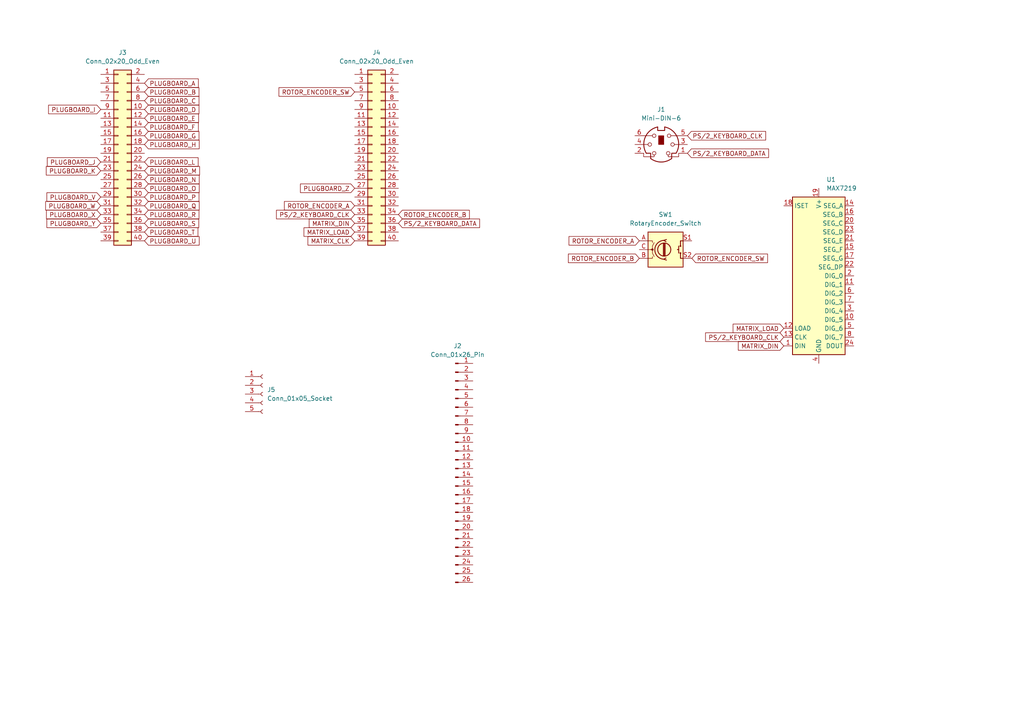
<source format=kicad_sch>
(kicad_sch (version 20231120) (generator "eeschema") (generator_version "8.0")
  (paper "A4")
  (lib_symbols
    (symbol "Connector:Conn_01x05_Socket" (pin_names (offset 1.016) hide)
      (property "Reference" "J" (at 0 7.62 0))
      (property "Value" "Conn_01x05_Socket" (at 0 -7.62 0))
      (symbol "Conn_01x05_Socket_1_1"
        (arc (start 0 -4.572) (mid -0.5058 -5.08) (end 0 -5.588) (stroke (width 0.1524)))
        (arc (start 0 -2.032) (mid -0.5058 -2.54) (end 0 -3.048) (stroke (width 0.1524)))
        (polyline (pts (xy -1.27 -5.08) (xy -0.508 -5.08)) (stroke (width 0.1524)))
        (polyline (pts (xy -1.27 -2.54) (xy -0.508 -2.54)) (stroke (width 0.1524)))
        (polyline (pts (xy -1.27 0) (xy -0.508 0)) (stroke (width 0.1524)))
        (polyline (pts (xy -1.27 2.54) (xy -0.508 2.54)) (stroke (width 0.1524)))
        (polyline (pts (xy -1.27 5.08) (xy -0.508 5.08)) (stroke (width 0.1524)))
        (arc (start 0 0.508) (mid -0.5058 0) (end 0 -0.508) (stroke (width 0.1524)))
        (arc (start 0 3.048) (mid -0.5058 2.54) (end 0 2.032) (stroke (width 0.1524)))
        (arc (start 0 5.588) (mid -0.5058 5.08) (end 0 4.572) (stroke (width 0.1524)))
        (pin passive line (at -5.08 5.08 0) (length 3.81) (name "Pin_1") (number "1"))
        (pin passive line (at -5.08 2.54 0) (length 3.81) (name "Pin_2") (number "2"))
        (pin passive line (at -5.08 0 0) (length 3.81) (name "Pin_3") (number "3"))
        (pin passive line (at -5.08 -2.54 0) (length 3.81) (name "Pin_4") (number "4"))
        (pin passive line (at -5.08 -5.08 0) (length 3.81) (name "Pin_5") (number "5"))
      )
    )
    (symbol "Connector:Conn_01x26_Pin" (pin_names (offset 1.016) hide)
      (property "Reference" "J" (at 0 33.02 0))
      (property "Value" "Conn_01x26_Pin" (at 0 -35.56 0))
      (symbol "Conn_01x26_Pin_1_1"
        (polyline (pts (xy 1.27 -33.02) (xy 0.8636 -33.02)) (stroke (width 0.1524)))
        (polyline (pts (xy 1.27 -30.48) (xy 0.8636 -30.48)) (stroke (width 0.1524)))
        (polyline (pts (xy 1.27 -27.94) (xy 0.8636 -27.94)) (stroke (width 0.1524)))
        (polyline (pts (xy 1.27 -25.4) (xy 0.8636 -25.4)) (stroke (width 0.1524)))
        (polyline (pts (xy 1.27 -22.86) (xy 0.8636 -22.86)) (stroke (width 0.1524)))
        (polyline (pts (xy 1.27 -20.32) (xy 0.8636 -20.32)) (stroke (width 0.1524)))
        (polyline (pts (xy 1.27 -17.78) (xy 0.8636 -17.78)) (stroke (width 0.1524)))
        (polyline (pts (xy 1.27 -15.24) (xy 0.8636 -15.24)) (stroke (width 0.1524)))
        (polyline (pts (xy 1.27 -12.7) (xy 0.8636 -12.7)) (stroke (width 0.1524)))
        (polyline (pts (xy 1.27 -10.16) (xy 0.8636 -10.16)) (stroke (width 0.1524)))
        (polyline (pts (xy 1.27 -7.62) (xy 0.8636 -7.62)) (stroke (width 0.1524)))
        (polyline (pts (xy 1.27 -5.08) (xy 0.8636 -5.08)) (stroke (width 0.1524)))
        (polyline (pts (xy 1.27 -2.54) (xy 0.8636 -2.54)) (stroke (width 0.1524)))
        (polyline (pts (xy 1.27 0) (xy 0.8636 0)) (stroke (width 0.1524)))
        (polyline (pts (xy 1.27 2.54) (xy 0.8636 2.54)) (stroke (width 0.1524)))
        (polyline (pts (xy 1.27 5.08) (xy 0.8636 5.08)) (stroke (width 0.1524)))
        (polyline (pts (xy 1.27 7.62) (xy 0.8636 7.62)) (stroke (width 0.1524)))
        (polyline (pts (xy 1.27 10.16) (xy 0.8636 10.16)) (stroke (width 0.1524)))
        (polyline (pts (xy 1.27 12.7) (xy 0.8636 12.7)) (stroke (width 0.1524)))
        (polyline (pts (xy 1.27 15.24) (xy 0.8636 15.24)) (stroke (width 0.1524)))
        (polyline (pts (xy 1.27 17.78) (xy 0.8636 17.78)) (stroke (width 0.1524)))
        (polyline (pts (xy 1.27 20.32) (xy 0.8636 20.32)) (stroke (width 0.1524)))
        (polyline (pts (xy 1.27 22.86) (xy 0.8636 22.86)) (stroke (width 0.1524)))
        (polyline (pts (xy 1.27 25.4) (xy 0.8636 25.4)) (stroke (width 0.1524)))
        (polyline (pts (xy 1.27 27.94) (xy 0.8636 27.94)) (stroke (width 0.1524)))
        (polyline (pts (xy 1.27 30.48) (xy 0.8636 30.48)) (stroke (width 0.1524)))
        (rectangle (start 0.8636 -32.893) (end 0 -33.147) (stroke (width 0.1524)) (fill (type outline)))
        (rectangle (start 0.8636 -30.353) (end 0 -30.607) (stroke (width 0.1524)) (fill (type outline)))
        (rectangle (start 0.8636 -27.813) (end 0 -28.067) (stroke (width 0.1524)) (fill (type outline)))
        (rectangle (start 0.8636 -25.273) (end 0 -25.527) (stroke (width 0.1524)) (fill (type outline)))
        (rectangle (start 0.8636 -22.733) (end 0 -22.987) (stroke (width 0.1524)) (fill (type outline)))
        (rectangle (start 0.8636 -20.193) (end 0 -20.447) (stroke (width 0.1524)) (fill (type outline)))
        (rectangle (start 0.8636 -17.653) (end 0 -17.907) (stroke (width 0.1524)) (fill (type outline)))
        (rectangle (start 0.8636 -15.113) (end 0 -15.367) (stroke (width 0.1524)) (fill (type outline)))
        (rectangle (start 0.8636 -12.573) (end 0 -12.827) (stroke (width 0.1524)) (fill (type outline)))
        (rectangle (start 0.8636 -10.033) (end 0 -10.287) (stroke (width 0.1524)) (fill (type outline)))
        (rectangle (start 0.8636 -7.493) (end 0 -7.747) (stroke (width 0.1524)) (fill (type outline)))
        (rectangle (start 0.8636 -4.953) (end 0 -5.207) (stroke (width 0.1524)) (fill (type outline)))
        (rectangle (start 0.8636 -2.413) (end 0 -2.667) (stroke (width 0.1524)) (fill (type outline)))
        (rectangle (start 0.8636 0.127) (end 0 -0.127) (stroke (width 0.1524)) (fill (type outline)))
        (rectangle (start 0.8636 2.667) (end 0 2.413) (stroke (width 0.1524)) (fill (type outline)))
        (rectangle (start 0.8636 5.207) (end 0 4.953) (stroke (width 0.1524)) (fill (type outline)))
        (rectangle (start 0.8636 7.747) (end 0 7.493) (stroke (width 0.1524)) (fill (type outline)))
        (rectangle (start 0.8636 10.287) (end 0 10.033) (stroke (width 0.1524)) (fill (type outline)))
        (rectangle (start 0.8636 12.827) (end 0 12.573) (stroke (width 0.1524)) (fill (type outline)))
        (rectangle (start 0.8636 15.367) (end 0 15.113) (stroke (width 0.1524)) (fill (type outline)))
        (rectangle (start 0.8636 17.907) (end 0 17.653) (stroke (width 0.1524)) (fill (type outline)))
        (rectangle (start 0.8636 20.447) (end 0 20.193) (stroke (width 0.1524)) (fill (type outline)))
        (rectangle (start 0.8636 22.987) (end 0 22.733) (stroke (width 0.1524)) (fill (type outline)))
        (rectangle (start 0.8636 25.527) (end 0 25.273) (stroke (width 0.1524)) (fill (type outline)))
        (rectangle (start 0.8636 28.067) (end 0 27.813) (stroke (width 0.1524)) (fill (type outline)))
        (rectangle (start 0.8636 30.607) (end 0 30.353) (stroke (width 0.1524)) (fill (type outline)))
        (pin passive line (at 5.08 30.48 180) (length 3.81) (name "Pin_1") (number "1"))
        (pin passive line (at 5.08 7.62 180) (length 3.81) (name "Pin_10") (number "10"))
        (pin passive line (at 5.08 5.08 180) (length 3.81) (name "Pin_11") (number "11"))
        (pin passive line (at 5.08 2.54 180) (length 3.81) (name "Pin_12") (number "12"))
        (pin passive line (at 5.08 0 180) (length 3.81) (name "Pin_13") (number "13"))
        (pin passive line (at 5.08 -2.54 180) (length 3.81) (name "Pin_14") (number "14"))
        (pin passive line (at 5.08 -5.08 180) (length 3.81) (name "Pin_15") (number "15"))
        (pin passive line (at 5.08 -7.62 180) (length 3.81) (name "Pin_16") (number "16"))
        (pin passive line (at 5.08 -10.16 180) (length 3.81) (name "Pin_17") (number "17"))
        (pin passive line (at 5.08 -12.7 180) (length 3.81) (name "Pin_18") (number "18"))
        (pin passive line (at 5.08 -15.24 180) (length 3.81) (name "Pin_19") (number "19"))
        (pin passive line (at 5.08 27.94 180) (length 3.81) (name "Pin_2") (number "2"))
        (pin passive line (at 5.08 -17.78 180) (length 3.81) (name "Pin_20") (number "20"))
        (pin passive line (at 5.08 -20.32 180) (length 3.81) (name "Pin_21") (number "21"))
        (pin passive line (at 5.08 -22.86 180) (length 3.81) (name "Pin_22") (number "22"))
        (pin passive line (at 5.08 -25.4 180) (length 3.81) (name "Pin_23") (number "23"))
        (pin passive line (at 5.08 -27.94 180) (length 3.81) (name "Pin_24") (number "24"))
        (pin passive line (at 5.08 -30.48 180) (length 3.81) (name "Pin_25") (number "25"))
        (pin passive line (at 5.08 -33.02 180) (length 3.81) (name "Pin_26") (number "26"))
        (pin passive line (at 5.08 25.4 180) (length 3.81) (name "Pin_3") (number "3"))
        (pin passive line (at 5.08 22.86 180) (length 3.81) (name "Pin_4") (number "4"))
        (pin passive line (at 5.08 20.32 180) (length 3.81) (name "Pin_5") (number "5"))
        (pin passive line (at 5.08 17.78 180) (length 3.81) (name "Pin_6") (number "6"))
        (pin passive line (at 5.08 15.24 180) (length 3.81) (name "Pin_7") (number "7"))
        (pin passive line (at 5.08 12.7 180) (length 3.81) (name "Pin_8") (number "8"))
        (pin passive line (at 5.08 10.16 180) (length 3.81) (name "Pin_9") (number "9"))
      )
    )
    (symbol "Connector:Mini-DIN-6" (pin_names (offset 1.016))
      (property "Reference" "J" (at 0 6.35 0))
      (property "Value" "Mini-DIN-6" (at 0 -6.35 0))
      (symbol "Mini-DIN-6_0_1"
        (circle (center -3.302 0) (radius 0.508))
        (arc (start -3.048 -4.064) (mid 0 -5.08) (end 3.048 -4.064) (stroke (width 0.254)))
        (circle (center -2.032 -2.54) (radius 0.508))
        (circle (center -2.032 2.54) (radius 0.508))
        (arc (start -1.016 5.08) (mid -4.6228 2.1214) (end -4.318 -2.54) (stroke (width 0.254)))
        (rectangle (start -0.762 2.54) (end 0.762 0) (fill (type outline)))
        (polyline (pts (xy -3.81 0) (xy -5.08 0)))
        (polyline (pts (xy -2.54 2.54) (xy -5.08 2.54)))
        (polyline (pts (xy 2.794 2.54) (xy 5.08 2.54)))
        (polyline (pts (xy 5.08 0) (xy 3.81 0)))
        (polyline (pts (xy -4.318 -2.54) (xy -3.048 -2.54) (xy -3.048 -4.064)) (stroke (width 0.254)))
        (polyline (pts (xy 4.318 -2.54) (xy 3.048 -2.54) (xy 3.048 -4.064)) (stroke (width 0.254)))
        (polyline (pts (xy -2.032 -3.048) (xy -2.032 -3.556) (xy -5.08 -3.556) (xy -5.08 -2.54)))
        (polyline (pts (xy -1.016 5.08) (xy -1.016 4.064) (xy 1.016 4.064) (xy 1.016 5.08)) (stroke (width 0.254)))
        (polyline (pts (xy 2.032 -3.048) (xy 2.032 -3.556) (xy 5.08 -3.556) (xy 5.08 -2.54)))
        (circle (center 2.032 -2.54) (radius 0.508))
        (circle (center 2.286 2.54) (radius 0.508))
        (circle (center 3.302 0) (radius 0.508))
        (arc (start 4.318 -2.54) (mid 4.6661 2.1322) (end 1.016 5.08) (stroke (width 0.254)))
      )
      (symbol "Mini-DIN-6_1_1"
        (pin passive line (at 7.62 -2.54 180) (length 2.54) (name "~") (number "1"))
        (pin passive line (at -7.62 -2.54 0) (length 2.54) (name "~") (number "2"))
        (pin passive line (at 7.62 0 180) (length 2.54) (name "~") (number "3"))
        (pin passive line (at -7.62 0 0) (length 2.54) (name "~") (number "4"))
        (pin passive line (at 7.62 2.54 180) (length 2.54) (name "~") (number "5"))
        (pin passive line (at -7.62 2.54 0) (length 2.54) (name "~") (number "6"))
      )
    )
    (symbol "Connector_Generic:Conn_02x20_Odd_Even" (pin_names (offset 1.016) hide)
      (property "Reference" "J" (at 1.27 25.4 0))
      (property "Value" "Conn_02x20_Odd_Even" (at 1.27 -27.94 0))
      (symbol "Conn_02x20_Odd_Even_1_1"
        (rectangle (start -1.27 -25.273) (end 0 -25.527) (stroke (width 0.1524)))
        (rectangle (start -1.27 -22.733) (end 0 -22.987) (stroke (width 0.1524)))
        (rectangle (start -1.27 -20.193) (end 0 -20.447) (stroke (width 0.1524)))
        (rectangle (start -1.27 -17.653) (end 0 -17.907) (stroke (width 0.1524)))
        (rectangle (start -1.27 -15.113) (end 0 -15.367) (stroke (width 0.1524)))
        (rectangle (start -1.27 -12.573) (end 0 -12.827) (stroke (width 0.1524)))
        (rectangle (start -1.27 -10.033) (end 0 -10.287) (stroke (width 0.1524)))
        (rectangle (start -1.27 -7.493) (end 0 -7.747) (stroke (width 0.1524)))
        (rectangle (start -1.27 -4.953) (end 0 -5.207) (stroke (width 0.1524)))
        (rectangle (start -1.27 -2.413) (end 0 -2.667) (stroke (width 0.1524)))
        (rectangle (start -1.27 0.127) (end 0 -0.127) (stroke (width 0.1524)))
        (rectangle (start -1.27 2.667) (end 0 2.413) (stroke (width 0.1524)))
        (rectangle (start -1.27 5.207) (end 0 4.953) (stroke (width 0.1524)))
        (rectangle (start -1.27 7.747) (end 0 7.493) (stroke (width 0.1524)))
        (rectangle (start -1.27 10.287) (end 0 10.033) (stroke (width 0.1524)))
        (rectangle (start -1.27 12.827) (end 0 12.573) (stroke (width 0.1524)))
        (rectangle (start -1.27 15.367) (end 0 15.113) (stroke (width 0.1524)))
        (rectangle (start -1.27 17.907) (end 0 17.653) (stroke (width 0.1524)))
        (rectangle (start -1.27 20.447) (end 0 20.193) (stroke (width 0.1524)))
        (rectangle (start -1.27 22.987) (end 0 22.733) (stroke (width 0.1524)))
        (rectangle (start -1.27 24.13) (end 3.81 -26.67) (stroke (width 0.254)) (fill (type background)))
        (rectangle (start 3.81 -25.273) (end 2.54 -25.527) (stroke (width 0.1524)))
        (rectangle (start 3.81 -22.733) (end 2.54 -22.987) (stroke (width 0.1524)))
        (rectangle (start 3.81 -20.193) (end 2.54 -20.447) (stroke (width 0.1524)))
        (rectangle (start 3.81 -17.653) (end 2.54 -17.907) (stroke (width 0.1524)))
        (rectangle (start 3.81 -15.113) (end 2.54 -15.367) (stroke (width 0.1524)))
        (rectangle (start 3.81 -12.573) (end 2.54 -12.827) (stroke (width 0.1524)))
        (rectangle (start 3.81 -10.033) (end 2.54 -10.287) (stroke (width 0.1524)))
        (rectangle (start 3.81 -7.493) (end 2.54 -7.747) (stroke (width 0.1524)))
        (rectangle (start 3.81 -4.953) (end 2.54 -5.207) (stroke (width 0.1524)))
        (rectangle (start 3.81 -2.413) (end 2.54 -2.667) (stroke (width 0.1524)))
        (rectangle (start 3.81 0.127) (end 2.54 -0.127) (stroke (width 0.1524)))
        (rectangle (start 3.81 2.667) (end 2.54 2.413) (stroke (width 0.1524)))
        (rectangle (start 3.81 5.207) (end 2.54 4.953) (stroke (width 0.1524)))
        (rectangle (start 3.81 7.747) (end 2.54 7.493) (stroke (width 0.1524)))
        (rectangle (start 3.81 10.287) (end 2.54 10.033) (stroke (width 0.1524)))
        (rectangle (start 3.81 12.827) (end 2.54 12.573) (stroke (width 0.1524)))
        (rectangle (start 3.81 15.367) (end 2.54 15.113) (stroke (width 0.1524)))
        (rectangle (start 3.81 17.907) (end 2.54 17.653) (stroke (width 0.1524)))
        (rectangle (start 3.81 20.447) (end 2.54 20.193) (stroke (width 0.1524)))
        (rectangle (start 3.81 22.987) (end 2.54 22.733) (stroke (width 0.1524)))
        (pin passive line (at -5.08 22.86 0) (length 3.81) (name "Pin_1") (number "1"))
        (pin passive line (at 7.62 12.7 180) (length 3.81) (name "Pin_10") (number "10"))
        (pin passive line (at -5.08 10.16 0) (length 3.81) (name "Pin_11") (number "11"))
        (pin passive line (at 7.62 10.16 180) (length 3.81) (name "Pin_12") (number "12"))
        (pin passive line (at -5.08 7.62 0) (length 3.81) (name "Pin_13") (number "13"))
        (pin passive line (at 7.62 7.62 180) (length 3.81) (name "Pin_14") (number "14"))
        (pin passive line (at -5.08 5.08 0) (length 3.81) (name "Pin_15") (number "15"))
        (pin passive line (at 7.62 5.08 180) (length 3.81) (name "Pin_16") (number "16"))
        (pin passive line (at -5.08 2.54 0) (length 3.81) (name "Pin_17") (number "17"))
        (pin passive line (at 7.62 2.54 180) (length 3.81) (name "Pin_18") (number "18"))
        (pin passive line (at -5.08 0 0) (length 3.81) (name "Pin_19") (number "19"))
        (pin passive line (at 7.62 22.86 180) (length 3.81) (name "Pin_2") (number "2"))
        (pin passive line (at 7.62 0 180) (length 3.81) (name "Pin_20") (number "20"))
        (pin passive line (at -5.08 -2.54 0) (length 3.81) (name "Pin_21") (number "21"))
        (pin passive line (at 7.62 -2.54 180) (length 3.81) (name "Pin_22") (number "22"))
        (pin passive line (at -5.08 -5.08 0) (length 3.81) (name "Pin_23") (number "23"))
        (pin passive line (at 7.62 -5.08 180) (length 3.81) (name "Pin_24") (number "24"))
        (pin passive line (at -5.08 -7.62 0) (length 3.81) (name "Pin_25") (number "25"))
        (pin passive line (at 7.62 -7.62 180) (length 3.81) (name "Pin_26") (number "26"))
        (pin passive line (at -5.08 -10.16 0) (length 3.81) (name "Pin_27") (number "27"))
        (pin passive line (at 7.62 -10.16 180) (length 3.81) (name "Pin_28") (number "28"))
        (pin passive line (at -5.08 -12.7 0) (length 3.81) (name "Pin_29") (number "29"))
        (pin passive line (at -5.08 20.32 0) (length 3.81) (name "Pin_3") (number "3"))
        (pin passive line (at 7.62 -12.7 180) (length 3.81) (name "Pin_30") (number "30"))
        (pin passive line (at -5.08 -15.24 0) (length 3.81) (name "Pin_31") (number "31"))
        (pin passive line (at 7.62 -15.24 180) (length 3.81) (name "Pin_32") (number "32"))
        (pin passive line (at -5.08 -17.78 0) (length 3.81) (name "Pin_33") (number "33"))
        (pin passive line (at 7.62 -17.78 180) (length 3.81) (name "Pin_34") (number "34"))
        (pin passive line (at -5.08 -20.32 0) (length 3.81) (name "Pin_35") (number "35"))
        (pin passive line (at 7.62 -20.32 180) (length 3.81) (name "Pin_36") (number "36"))
        (pin passive line (at -5.08 -22.86 0) (length 3.81) (name "Pin_37") (number "37"))
        (pin passive line (at 7.62 -22.86 180) (length 3.81) (name "Pin_38") (number "38"))
        (pin passive line (at -5.08 -25.4 0) (length 3.81) (name "Pin_39") (number "39"))
        (pin passive line (at 7.62 20.32 180) (length 3.81) (name "Pin_4") (number "4"))
        (pin passive line (at 7.62 -25.4 180) (length 3.81) (name "Pin_40") (number "40"))
        (pin passive line (at -5.08 17.78 0) (length 3.81) (name "Pin_5") (number "5"))
        (pin passive line (at 7.62 17.78 180) (length 3.81) (name "Pin_6") (number "6"))
        (pin passive line (at -5.08 15.24 0) (length 3.81) (name "Pin_7") (number "7"))
        (pin passive line (at 7.62 15.24 180) (length 3.81) (name "Pin_8") (number "8"))
        (pin passive line (at -5.08 12.7 0) (length 3.81) (name "Pin_9") (number "9"))
      )
    )
    (symbol "Device:RotaryEncoder_Switch" (pin_names (offset 0.254) hide)
      (property "Reference" "SW" (at 0 6.604 0))
      (property "Value" "RotaryEncoder_Switch" (at 0 -6.604 0))
      (symbol "RotaryEncoder_Switch_0_1"
        (rectangle (start -5.08 5.08) (end 5.08 -5.08) (stroke (width 0.254)) (fill (type background)))
        (circle (center -3.81 0) (radius 0.254) (fill (type outline)))
        (circle (center -0.381 0) (radius 1.905) (stroke (width 0.254)))
        (arc (start -0.381 2.667) (mid -3.0988 -0.0635) (end -0.381 -2.794) (stroke (width 0.254)))
        (polyline (pts (xy -0.635 -1.778) (xy -0.635 1.778)) (stroke (width 0.254)))
        (polyline (pts (xy -0.381 -1.778) (xy -0.381 1.778)) (stroke (width 0.254)))
        (polyline (pts (xy -0.127 1.778) (xy -0.127 -1.778)) (stroke (width 0.254)))
        (polyline (pts (xy 3.81 0) (xy 3.429 0)) (stroke (width 0.254)))
        (polyline (pts (xy 3.81 1.016) (xy 3.81 -1.016)) (stroke (width 0.254)))
        (polyline (pts (xy -5.08 -2.54) (xy -3.81 -2.54) (xy -3.81 -2.032)))
        (polyline (pts (xy -5.08 2.54) (xy -3.81 2.54) (xy -3.81 2.032)))
        (polyline (pts (xy 0.254 -3.048) (xy -0.508 -2.794) (xy 0.127 -2.413)) (stroke (width 0.254)))
        (polyline (pts (xy 0.254 2.921) (xy -0.508 2.667) (xy 0.127 2.286)) (stroke (width 0.254)))
        (polyline (pts (xy 5.08 -2.54) (xy 4.318 -2.54) (xy 4.318 -1.016)) (stroke (width 0.254)))
        (polyline (pts (xy 5.08 2.54) (xy 4.318 2.54) (xy 4.318 1.016)) (stroke (width 0.254)))
        (polyline (pts (xy -5.08 0) (xy -3.81 0) (xy -3.81 -1.016) (xy -3.302 -2.032)))
        (polyline (pts (xy -4.318 0) (xy -3.81 0) (xy -3.81 1.016) (xy -3.302 2.032)))
        (circle (center 4.318 -1.016) (radius 0.127) (stroke (width 0.254)))
        (circle (center 4.318 1.016) (radius 0.127) (stroke (width 0.254)))
      )
      (symbol "RotaryEncoder_Switch_1_1"
        (pin passive line (at -7.62 2.54 0) (length 2.54) (name "A") (number "A"))
        (pin passive line (at -7.62 -2.54 0) (length 2.54) (name "B") (number "B"))
        (pin passive line (at -7.62 0 0) (length 2.54) (name "C") (number "C"))
        (pin passive line (at 7.62 2.54 180) (length 2.54) (name "S1") (number "S1"))
        (pin passive line (at 7.62 -2.54 180) (length 2.54) (name "S2") (number "S2"))
      )
    )
    (symbol "Driver_LED:MAX7219"
      (property "Reference" "U" (at -6.35 24.13 0))
      (property "Value" "MAX7219" (at 1.27 25.4 0))
      (symbol "MAX7219_0_1"
        (rectangle (start -7.62 22.86) (end 7.62 -22.86) (stroke (width 0.254)) (fill (type background)))
      )
      (symbol "MAX7219_1_1"
        (pin input line (at -10.16 -20.32 0) (length 2.54) (name "DIN") (number "1"))
        (pin output line (at 10.16 -12.7 180) (length 2.54) (name "DIG_5") (number "10"))
        (pin output line (at 10.16 -2.54 180) (length 2.54) (name "DIG_1") (number "11"))
        (pin input line (at -10.16 -15.24 0) (length 2.54) (name "LOAD") (number "12"))
        (pin input line (at -10.16 -17.78 0) (length 2.54) (name "CLK") (number "13"))
        (pin output line (at 10.16 20.32 180) (length 2.54) (name "SEG_A") (number "14"))
        (pin output line (at 10.16 7.62 180) (length 2.54) (name "SEG_F") (number "15"))
        (pin output line (at 10.16 17.78 180) (length 2.54) (name "SEG_B") (number "16"))
        (pin output line (at 10.16 5.08 180) (length 2.54) (name "SEG_G") (number "17"))
        (pin input line (at -10.16 20.32 0) (length 2.54) (name "ISET") (number "18"))
        (pin power_in line (at 0 25.4 270) (length 2.54) (name "V+") (number "19"))
        (pin output line (at 10.16 0 180) (length 2.54) (name "DIG_0") (number "2"))
        (pin output line (at 10.16 15.24 180) (length 2.54) (name "SEG_C") (number "20"))
        (pin output line (at 10.16 10.16 180) (length 2.54) (name "SEG_E") (number "21"))
        (pin output line (at 10.16 2.54 180) (length 2.54) (name "SEG_DP") (number "22"))
        (pin output line (at 10.16 12.7 180) (length 2.54) (name "SEG_D") (number "23"))
        (pin output line (at 10.16 -20.32 180) (length 2.54) (name "DOUT") (number "24"))
        (pin output line (at 10.16 -10.16 180) (length 2.54) (name "DIG_4") (number "3"))
        (pin power_in line (at 0 -25.4 90) (length 2.54) (name "GND") (number "4"))
        (pin output line (at 10.16 -15.24 180) (length 2.54) (name "DIG_6") (number "5"))
        (pin output line (at 10.16 -5.08 180) (length 2.54) (name "DIG_2") (number "6"))
        (pin output line (at 10.16 -7.62 180) (length 2.54) (name "DIG_3") (number "7"))
        (pin output line (at 10.16 -17.78 180) (length 2.54) (name "DIG_7") (number "8"))
        (pin passive line (at 0 -25.4 90) (length 2.54) hide (name "GND") (number "9"))
      )
    )
  )
  (global_label "PLUGBOARD_O" (shape input) (at 41.91 54.61 0) (property "Intersheetrefs" "${INTERSHEET_REFS}" (effects (hide yes))))
  (global_label "PLUGBOARD_X" (shape input) (at 29.21 62.23 180) (property "Intersheetrefs" "${INTERSHEET_REFS}" (effects (hide yes))))
  (global_label "PLUGBOARD_M" (shape input) (at 41.91 49.53 0) (property "Intersheetrefs" "${INTERSHEET_REFS}" (effects (hide yes))))
  (global_label "PLUGBOARD_C" (shape input) (at 41.91 29.21 0) (property "Intersheetrefs" "${INTERSHEET_REFS}" (effects (hide yes))))
  (global_label "PLUGBOARD_B" (shape input) (at 41.91 26.67 0) (property "Intersheetrefs" "${INTERSHEET_REFS}" (effects (hide yes))))
  (global_label "MATRIX_LOAD" (shape input) (at 227.33 95.25 180) (property "Intersheetrefs" "${INTERSHEET_REFS}" (effects (hide yes))))
  (global_label "MATRIX_DIN" (shape input) (at 102.87 64.77 180) (property "Intersheetrefs" "${INTERSHEET_REFS}" (effects (hide yes))))
  (global_label "PS{slash}2_KEYBOARD_CLK" (shape input) (at 199.39 39.37 0) (property "Intersheetrefs" "${INTERSHEET_REFS}" (effects (hide yes))))
  (global_label "PS{slash}2_KEYBOARD_CLK" (shape input) (at 227.33 97.79 180) (property "Intersheetrefs" "${INTERSHEET_REFS}" (effects (hide yes))))
  (global_label "PLUGBOARD_Y" (shape input) (at 29.21 64.77 180) (property "Intersheetrefs" "${INTERSHEET_REFS}" (effects (hide yes))))
  (global_label "PS{slash}2_KEYBOARD_DATA" (shape input) (at 199.39 44.45 0) (property "Intersheetrefs" "${INTERSHEET_REFS}" (effects (hide yes))))
  (global_label "PLUGBOARD_K" (shape input) (at 29.21 49.53 180) (property "Intersheetrefs" "${INTERSHEET_REFS}" (effects (hide yes))))
  (global_label "PLUGBOARD_Q" (shape input) (at 41.91 59.69 0) (property "Intersheetrefs" "${INTERSHEET_REFS}" (effects (hide yes))))
  (global_label "PLUGBOARD_L" (shape input) (at 41.91 46.99 0) (property "Intersheetrefs" "${INTERSHEET_REFS}" (effects (hide yes))))
  (global_label "PLUGBOARD_J" (shape input) (at 29.21 46.99 180) (property "Intersheetrefs" "${INTERSHEET_REFS}" (effects (hide yes))))
  (global_label "PLUGBOARD_A" (shape input) (at 41.91 24.13 0) (property "Intersheetrefs" "${INTERSHEET_REFS}" (effects (hide yes))))
  (global_label "MATRIX_LOAD" (shape input) (at 102.87 67.31 180) (property "Intersheetrefs" "${INTERSHEET_REFS}" (effects (hide yes))))
  (global_label "PLUGBOARD_G" (shape input) (at 41.91 39.37 0) (property "Intersheetrefs" "${INTERSHEET_REFS}" (effects (hide yes))))
  (global_label "PS{slash}2_KEYBOARD_DATA" (shape input) (at 115.57 64.77 0) (property "Intersheetrefs" "${INTERSHEET_REFS}" (effects (hide yes))))
  (global_label "ROTOR_ENCODER_B" (shape input) (at 185.42 74.93 180) (property "Intersheetrefs" "${INTERSHEET_REFS}" (effects (hide yes))))
  (global_label "PLUGBOARD_F" (shape input) (at 41.91 36.83 0) (property "Intersheetrefs" "${INTERSHEET_REFS}" (effects (hide yes))))
  (global_label "ROTOR_ENCODER_SW" (shape input) (at 200.66 74.93 0) (property "Intersheetrefs" "${INTERSHEET_REFS}" (effects (hide yes))))
  (global_label "PLUGBOARD_V" (shape input) (at 29.21 57.15 180) (property "Intersheetrefs" "${INTERSHEET_REFS}" (effects (hide yes))))
  (global_label "PLUGBOARD_D" (shape input) (at 41.91 31.75 0) (property "Intersheetrefs" "${INTERSHEET_REFS}" (effects (hide yes))))
  (global_label "ROTOR_ENCODER_SW" (shape input) (at 102.87 26.67 180) (property "Intersheetrefs" "${INTERSHEET_REFS}" (effects (hide yes))))
  (global_label "ROTOR_ENCODER_A" (shape input) (at 102.87 59.69 180) (property "Intersheetrefs" "${INTERSHEET_REFS}" (effects (hide yes))))
  (global_label "PLUGBOARD_P" (shape input) (at 41.91 57.15 0) (property "Intersheetrefs" "${INTERSHEET_REFS}" (effects (hide yes))))
  (global_label "PLUGBOARD_T" (shape input) (at 41.91 67.31 0) (property "Intersheetrefs" "${INTERSHEET_REFS}" (effects (hide yes))))
  (global_label "PLUGBOARD_I" (shape input) (at 29.21 31.75 180) (property "Intersheetrefs" "${INTERSHEET_REFS}" (effects (hide yes))))
  (global_label "PS{slash}2_KEYBOARD_CLK" (shape input) (at 102.87 62.23 180) (property "Intersheetrefs" "${INTERSHEET_REFS}" (effects (hide yes))))
  (global_label "ROTOR_ENCODER_A" (shape input) (at 185.42 69.85 180) (property "Intersheetrefs" "${INTERSHEET_REFS}" (effects (hide yes))))
  (global_label "MATRIX_CLK" (shape input) (at 102.87 69.85 180) (property "Intersheetrefs" "${INTERSHEET_REFS}" (effects (hide yes))))
  (global_label "PLUGBOARD_H" (shape input) (at 41.91 41.91 0) (property "Intersheetrefs" "${INTERSHEET_REFS}" (effects (hide yes))))
  (global_label "PLUGBOARD_E" (shape input) (at 41.91 34.29 0) (property "Intersheetrefs" "${INTERSHEET_REFS}" (effects (hide yes))))
  (global_label "PLUGBOARD_S" (shape input) (at 41.91 64.77 0) (property "Intersheetrefs" "${INTERSHEET_REFS}" (effects (hide yes))))
  (global_label "ROTOR_ENCODER_B" (shape input) (at 115.57 62.23 0) (property "Intersheetrefs" "${INTERSHEET_REFS}" (effects (hide yes))))
  (global_label "PLUGBOARD_W" (shape input) (at 29.21 59.69 180) (property "Intersheetrefs" "${INTERSHEET_REFS}" (effects (hide yes))))
  (global_label "PLUGBOARD_U" (shape input) (at 41.91 69.85 0) (property "Intersheetrefs" "${INTERSHEET_REFS}" (effects (hide yes))))
  (global_label "PLUGBOARD_R" (shape input) (at 41.91 62.23 0) (property "Intersheetrefs" "${INTERSHEET_REFS}" (effects (hide yes))))
  (global_label "PLUGBOARD_N" (shape input) (at 41.91 52.07 0) (property "Intersheetrefs" "${INTERSHEET_REFS}" (effects (hide yes))))
  (global_label "PLUGBOARD_Z" (shape input) (at 102.87 54.61 180) (property "Intersheetrefs" "${INTERSHEET_REFS}" (effects (hide yes))))
  (global_label "MATRIX_DIN" (shape input) (at 227.33 100.33 180) (property "Intersheetrefs" "${INTERSHEET_REFS}" (effects (hide yes))))
  (symbol (lib_id "Connector_Generic:Conn_02x20_Odd_Even") (at 34.29 44.45 0) (unit 1)
    (property "Reference" "J3" (at 35.56 15.24 0))
    (property "Value" "Conn_02x20_Odd_Even" (at 35.56 17.78 0))
    (property "Footprint" "Connector_PCBEdge:Samtec_MECF-20-02-L-DV-WT_2x20_P1.27mm_Polarized_Socket_Horizontal" (effects (hide yes)))
    (property "Description" "Generic connector, double row, 02x20, odd/even pin numbering scheme (row 1 odd numbers, row 2 even numbers), script generated (kicad-library-utils/schlib/autogen/connector/)" (effects (hide yes)))
  )
  (symbol (lib_id "Connector_Generic:Conn_02x20_Odd_Even") (at 107.95 44.45 0) (unit 1)
    (property "Reference" "J4" (at 109.22 15.24 0))
    (property "Value" "Conn_02x20_Odd_Even" (at 109.22 17.78 0))
    (property "Footprint" "Connector_PCBEdge:Samtec_MECF-20-02-L-DV-WT_2x20_P1.27mm_Polarized_Socket_Horizontal" (effects (hide yes)))
    (property "Description" "Generic connector, double row, 02x20, odd/even pin numbering scheme (row 1 odd numbers, row 2 even numbers), script generated (kicad-library-utils/schlib/autogen/connector/)" (effects (hide yes)))
  )
  (symbol (lib_id "Connector:Mini-DIN-6") (at 191.77 41.91 0) (unit 1)
    (property "Reference" "J1" (at 191.7877 31.75 0))
    (property "Value" "Mini-DIN-6" (at 191.7877 34.29 0))
    (property "Datasheet" "http://service.powerdynamics.com/ec/Catalog17/Section%2011.pdf" (effects (hide yes)))
    (property "Description" "6-pin Mini-DIN connector" (effects (hide yes)))
  )
  (symbol (lib_id "Connector:Conn_01x26_Pin") (at 132.08 135.89 0) (unit 1)
    (property "Reference" "J2" (at 132.715 100.33 0))
    (property "Value" "Conn_01x26_Pin" (at 132.715 102.87 0))
    (property "Description" "Generic connector, single row, 01x26, script generated" (effects (hide yes)))
  )
  (symbol (lib_id "Connector:Conn_01x05_Socket") (at 76.2 114.3 0) (unit 1)
    (property "Reference" "J5" (at 77.47 113.0299 0) (effects (justify left)))
    (property "Value" "Conn_01x05_Socket" (at 77.47 115.5699 0) (effects (justify left)))
    (property "Description" "Generic connector, single row, 01x05, script generated" (effects (hide yes)))
  )
  (symbol (lib_id "Device:RotaryEncoder_Switch") (at 193.04 72.39 0) (unit 1)
    (property "Reference" "SW1" (at 193.04 62.23 0))
    (property "Value" "RotaryEncoder_Switch" (at 193.04 64.77 0))
    (property "Footprint" "Rotary_Encoder:RotaryEncoder_Alps_EC11E-Switch_Vertical_H20mm" (effects (hide yes)))
    (property "Description" "Rotary encoder, dual channel, incremental quadrate outputs, with switch" (effects (hide yes)))
  )
  (symbol (lib_id "Driver_LED:MAX7219") (at 237.49 80.01 0) (unit 1)
    (property "Reference" "U1" (at 239.6841 52.07 0) (effects (justify left)))
    (property "Value" "MAX7219" (at 239.6841 54.61 0) (effects (justify left)))
    (property "Datasheet" "https://datasheets.maximintegrated.com/en/ds/MAX7219-MAX7221.pdf" (effects (hide yes)))
    (property "Description" "8-Digit LED Display Driver" (effects (hide yes)))
  )
)
</source>
